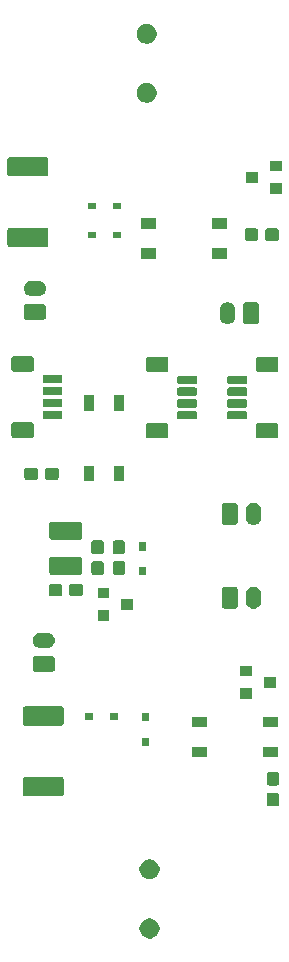
<source format=gts>
G04 #@! TF.GenerationSoftware,KiCad,Pcbnew,(5.1.5-0)*
G04 #@! TF.CreationDate,2021-01-21T21:28:00-07:00*
G04 #@! TF.ProjectId,supercap,73757065-7263-4617-902e-6b696361645f,rev?*
G04 #@! TF.SameCoordinates,Original*
G04 #@! TF.FileFunction,Soldermask,Top*
G04 #@! TF.FilePolarity,Negative*
%FSLAX46Y46*%
G04 Gerber Fmt 4.6, Leading zero omitted, Abs format (unit mm)*
G04 Created by KiCad (PCBNEW (5.1.5-0)) date 2021-01-21 21:28:00*
%MOMM*%
%LPD*%
G04 APERTURE LIST*
%ADD10C,0.100000*%
G04 APERTURE END LIST*
D10*
G36*
X133248228Y-136581703D02*
G01*
X133403100Y-136645853D01*
X133542481Y-136738985D01*
X133661015Y-136857519D01*
X133754147Y-136996900D01*
X133818297Y-137151772D01*
X133851000Y-137316184D01*
X133851000Y-137483816D01*
X133818297Y-137648228D01*
X133754147Y-137803100D01*
X133661015Y-137942481D01*
X133542481Y-138061015D01*
X133403100Y-138154147D01*
X133248228Y-138218297D01*
X133083816Y-138251000D01*
X132916184Y-138251000D01*
X132751772Y-138218297D01*
X132596900Y-138154147D01*
X132457519Y-138061015D01*
X132338985Y-137942481D01*
X132245853Y-137803100D01*
X132181703Y-137648228D01*
X132149000Y-137483816D01*
X132149000Y-137316184D01*
X132181703Y-137151772D01*
X132245853Y-136996900D01*
X132338985Y-136857519D01*
X132457519Y-136738985D01*
X132596900Y-136645853D01*
X132751772Y-136581703D01*
X132916184Y-136549000D01*
X133083816Y-136549000D01*
X133248228Y-136581703D01*
G37*
G36*
X133248228Y-131581703D02*
G01*
X133403100Y-131645853D01*
X133542481Y-131738985D01*
X133661015Y-131857519D01*
X133754147Y-131996900D01*
X133818297Y-132151772D01*
X133851000Y-132316184D01*
X133851000Y-132483816D01*
X133818297Y-132648228D01*
X133754147Y-132803100D01*
X133661015Y-132942481D01*
X133542481Y-133061015D01*
X133403100Y-133154147D01*
X133248228Y-133218297D01*
X133083816Y-133251000D01*
X132916184Y-133251000D01*
X132751772Y-133218297D01*
X132596900Y-133154147D01*
X132457519Y-133061015D01*
X132338985Y-132942481D01*
X132245853Y-132803100D01*
X132181703Y-132648228D01*
X132149000Y-132483816D01*
X132149000Y-132316184D01*
X132181703Y-132151772D01*
X132245853Y-131996900D01*
X132338985Y-131857519D01*
X132457519Y-131738985D01*
X132596900Y-131645853D01*
X132751772Y-131581703D01*
X132916184Y-131549000D01*
X133083816Y-131549000D01*
X133248228Y-131581703D01*
G37*
G36*
X143814499Y-125903445D02*
G01*
X143851995Y-125914820D01*
X143886554Y-125933292D01*
X143916847Y-125958153D01*
X143941708Y-125988446D01*
X143960180Y-126023005D01*
X143971555Y-126060501D01*
X143976000Y-126105638D01*
X143976000Y-126844362D01*
X143971555Y-126889499D01*
X143960180Y-126926995D01*
X143941708Y-126961554D01*
X143916847Y-126991847D01*
X143886554Y-127016708D01*
X143851995Y-127035180D01*
X143814499Y-127046555D01*
X143769362Y-127051000D01*
X143130638Y-127051000D01*
X143085501Y-127046555D01*
X143048005Y-127035180D01*
X143013446Y-127016708D01*
X142983153Y-126991847D01*
X142958292Y-126961554D01*
X142939820Y-126926995D01*
X142928445Y-126889499D01*
X142924000Y-126844362D01*
X142924000Y-126105638D01*
X142928445Y-126060501D01*
X142939820Y-126023005D01*
X142958292Y-125988446D01*
X142983153Y-125958153D01*
X143013446Y-125933292D01*
X143048005Y-125914820D01*
X143085501Y-125903445D01*
X143130638Y-125899000D01*
X143769362Y-125899000D01*
X143814499Y-125903445D01*
G37*
G36*
X125578820Y-124578103D02*
G01*
X125612985Y-124588467D01*
X125644464Y-124605293D01*
X125672060Y-124627940D01*
X125694707Y-124655536D01*
X125711533Y-124687015D01*
X125721897Y-124721180D01*
X125726000Y-124762842D01*
X125726000Y-126012158D01*
X125721897Y-126053820D01*
X125711533Y-126087985D01*
X125694707Y-126119464D01*
X125672060Y-126147060D01*
X125644464Y-126169707D01*
X125612985Y-126186533D01*
X125578820Y-126196897D01*
X125537158Y-126201000D01*
X122462842Y-126201000D01*
X122421180Y-126196897D01*
X122387015Y-126186533D01*
X122355536Y-126169707D01*
X122327940Y-126147060D01*
X122305293Y-126119464D01*
X122288467Y-126087985D01*
X122278103Y-126053820D01*
X122274000Y-126012158D01*
X122274000Y-124762842D01*
X122278103Y-124721180D01*
X122288467Y-124687015D01*
X122305293Y-124655536D01*
X122327940Y-124627940D01*
X122355536Y-124605293D01*
X122387015Y-124588467D01*
X122421180Y-124578103D01*
X122462842Y-124574000D01*
X125537158Y-124574000D01*
X125578820Y-124578103D01*
G37*
G36*
X143814499Y-124153445D02*
G01*
X143851995Y-124164820D01*
X143886554Y-124183292D01*
X143916847Y-124208153D01*
X143941708Y-124238446D01*
X143960180Y-124273005D01*
X143971555Y-124310501D01*
X143976000Y-124355638D01*
X143976000Y-125094362D01*
X143971555Y-125139499D01*
X143960180Y-125176995D01*
X143941708Y-125211554D01*
X143916847Y-125241847D01*
X143886554Y-125266708D01*
X143851995Y-125285180D01*
X143814499Y-125296555D01*
X143769362Y-125301000D01*
X143130638Y-125301000D01*
X143085501Y-125296555D01*
X143048005Y-125285180D01*
X143013446Y-125266708D01*
X142983153Y-125241847D01*
X142958292Y-125211554D01*
X142939820Y-125176995D01*
X142928445Y-125139499D01*
X142924000Y-125094362D01*
X142924000Y-124355638D01*
X142928445Y-124310501D01*
X142939820Y-124273005D01*
X142958292Y-124238446D01*
X142983153Y-124208153D01*
X143013446Y-124183292D01*
X143048005Y-124164820D01*
X143085501Y-124153445D01*
X143130638Y-124149000D01*
X143769362Y-124149000D01*
X143814499Y-124153445D01*
G37*
G36*
X143901000Y-122921000D02*
G01*
X142599000Y-122921000D01*
X142599000Y-122019000D01*
X143901000Y-122019000D01*
X143901000Y-122921000D01*
G37*
G36*
X137901000Y-122921000D02*
G01*
X136599000Y-122921000D01*
X136599000Y-122019000D01*
X137901000Y-122019000D01*
X137901000Y-122921000D01*
G37*
G36*
X132926000Y-121951000D02*
G01*
X132374000Y-121951000D01*
X132374000Y-121249000D01*
X132926000Y-121249000D01*
X132926000Y-121951000D01*
G37*
G36*
X143901000Y-120381000D02*
G01*
X142599000Y-120381000D01*
X142599000Y-119479000D01*
X143901000Y-119479000D01*
X143901000Y-120381000D01*
G37*
G36*
X137901000Y-120381000D02*
G01*
X136599000Y-120381000D01*
X136599000Y-119479000D01*
X137901000Y-119479000D01*
X137901000Y-120381000D01*
G37*
G36*
X125578820Y-118603103D02*
G01*
X125612985Y-118613467D01*
X125644464Y-118630293D01*
X125672060Y-118652940D01*
X125694707Y-118680536D01*
X125711533Y-118712015D01*
X125721897Y-118746180D01*
X125726000Y-118787842D01*
X125726000Y-120037158D01*
X125721897Y-120078820D01*
X125711533Y-120112985D01*
X125694707Y-120144464D01*
X125672060Y-120172060D01*
X125644464Y-120194707D01*
X125612985Y-120211533D01*
X125578820Y-120221897D01*
X125537158Y-120226000D01*
X122462842Y-120226000D01*
X122421180Y-120221897D01*
X122387015Y-120211533D01*
X122355536Y-120194707D01*
X122327940Y-120172060D01*
X122305293Y-120144464D01*
X122288467Y-120112985D01*
X122278103Y-120078820D01*
X122274000Y-120037158D01*
X122274000Y-118787842D01*
X122278103Y-118746180D01*
X122288467Y-118712015D01*
X122305293Y-118680536D01*
X122327940Y-118652940D01*
X122355536Y-118630293D01*
X122387015Y-118613467D01*
X122421180Y-118603103D01*
X122462842Y-118599000D01*
X125537158Y-118599000D01*
X125578820Y-118603103D01*
G37*
G36*
X132926000Y-119851000D02*
G01*
X132374000Y-119851000D01*
X132374000Y-119149000D01*
X132926000Y-119149000D01*
X132926000Y-119851000D01*
G37*
G36*
X128251000Y-119726000D02*
G01*
X127549000Y-119726000D01*
X127549000Y-119174000D01*
X128251000Y-119174000D01*
X128251000Y-119726000D01*
G37*
G36*
X130351000Y-119726000D02*
G01*
X129649000Y-119726000D01*
X129649000Y-119174000D01*
X130351000Y-119174000D01*
X130351000Y-119726000D01*
G37*
G36*
X141701000Y-117951000D02*
G01*
X140699000Y-117951000D01*
X140699000Y-117049000D01*
X141701000Y-117049000D01*
X141701000Y-117951000D01*
G37*
G36*
X143701000Y-117001000D02*
G01*
X142699000Y-117001000D01*
X142699000Y-116099000D01*
X143701000Y-116099000D01*
X143701000Y-117001000D01*
G37*
G36*
X141701000Y-116051000D02*
G01*
X140699000Y-116051000D01*
X140699000Y-115149000D01*
X141701000Y-115149000D01*
X141701000Y-116051000D01*
G37*
G36*
X124816242Y-114353404D02*
G01*
X124853337Y-114364657D01*
X124887515Y-114382925D01*
X124917481Y-114407519D01*
X124942075Y-114437485D01*
X124960343Y-114471663D01*
X124971596Y-114508758D01*
X124976000Y-114553474D01*
X124976000Y-115446526D01*
X124971596Y-115491242D01*
X124960343Y-115528337D01*
X124942075Y-115562515D01*
X124917481Y-115592481D01*
X124887515Y-115617075D01*
X124853337Y-115635343D01*
X124816242Y-115646596D01*
X124771526Y-115651000D01*
X123328474Y-115651000D01*
X123283758Y-115646596D01*
X123246663Y-115635343D01*
X123212485Y-115617075D01*
X123182519Y-115592481D01*
X123157925Y-115562515D01*
X123139657Y-115528337D01*
X123128404Y-115491242D01*
X123124000Y-115446526D01*
X123124000Y-114553474D01*
X123128404Y-114508758D01*
X123139657Y-114471663D01*
X123157925Y-114437485D01*
X123182519Y-114407519D01*
X123212485Y-114382925D01*
X123246663Y-114364657D01*
X123283758Y-114353404D01*
X123328474Y-114349000D01*
X124771526Y-114349000D01*
X124816242Y-114353404D01*
G37*
G36*
X124388855Y-112352140D02*
G01*
X124452618Y-112358420D01*
X124543404Y-112385960D01*
X124575336Y-112395646D01*
X124688425Y-112456094D01*
X124787554Y-112537446D01*
X124868906Y-112636575D01*
X124929354Y-112749664D01*
X124929355Y-112749668D01*
X124966580Y-112872382D01*
X124979149Y-113000000D01*
X124966580Y-113127618D01*
X124939040Y-113218404D01*
X124929354Y-113250336D01*
X124868906Y-113363425D01*
X124787554Y-113462554D01*
X124688425Y-113543906D01*
X124575336Y-113604354D01*
X124543404Y-113614040D01*
X124452618Y-113641580D01*
X124388855Y-113647860D01*
X124356974Y-113651000D01*
X123743026Y-113651000D01*
X123711145Y-113647860D01*
X123647382Y-113641580D01*
X123556596Y-113614040D01*
X123524664Y-113604354D01*
X123411575Y-113543906D01*
X123312446Y-113462554D01*
X123231094Y-113363425D01*
X123170646Y-113250336D01*
X123160960Y-113218404D01*
X123133420Y-113127618D01*
X123120851Y-113000000D01*
X123133420Y-112872382D01*
X123170645Y-112749668D01*
X123170646Y-112749664D01*
X123231094Y-112636575D01*
X123312446Y-112537446D01*
X123411575Y-112456094D01*
X123524664Y-112395646D01*
X123556596Y-112385960D01*
X123647382Y-112358420D01*
X123711145Y-112352140D01*
X123743026Y-112349000D01*
X124356974Y-112349000D01*
X124388855Y-112352140D01*
G37*
G36*
X129601000Y-111351000D02*
G01*
X128599000Y-111351000D01*
X128599000Y-110449000D01*
X129601000Y-110449000D01*
X129601000Y-111351000D01*
G37*
G36*
X131601000Y-110401000D02*
G01*
X130599000Y-110401000D01*
X130599000Y-109499000D01*
X131601000Y-109499000D01*
X131601000Y-110401000D01*
G37*
G36*
X141927617Y-108483420D02*
G01*
X142008399Y-108507925D01*
X142050335Y-108520646D01*
X142163424Y-108581094D01*
X142262554Y-108662447D01*
X142343906Y-108761575D01*
X142404354Y-108874664D01*
X142414040Y-108906596D01*
X142441580Y-108997382D01*
X142451000Y-109093027D01*
X142451000Y-109706973D01*
X142441580Y-109802618D01*
X142414040Y-109893404D01*
X142404354Y-109925336D01*
X142343906Y-110038425D01*
X142262554Y-110137554D01*
X142163425Y-110218906D01*
X142050336Y-110279354D01*
X142018404Y-110289040D01*
X141927618Y-110316580D01*
X141800000Y-110329149D01*
X141672383Y-110316580D01*
X141581597Y-110289040D01*
X141549665Y-110279354D01*
X141436576Y-110218906D01*
X141337447Y-110137554D01*
X141256096Y-110038427D01*
X141256095Y-110038425D01*
X141195647Y-109925336D01*
X141195645Y-109925333D01*
X141183237Y-109884427D01*
X141158420Y-109802618D01*
X141149000Y-109706973D01*
X141149000Y-109093028D01*
X141158420Y-108997383D01*
X141195645Y-108874669D01*
X141195646Y-108874665D01*
X141256094Y-108761576D01*
X141337447Y-108662446D01*
X141436575Y-108581094D01*
X141549664Y-108520646D01*
X141591600Y-108507925D01*
X141672382Y-108483420D01*
X141800000Y-108470851D01*
X141927617Y-108483420D01*
G37*
G36*
X140291242Y-108478404D02*
G01*
X140328337Y-108489657D01*
X140362515Y-108507925D01*
X140392481Y-108532519D01*
X140417075Y-108562485D01*
X140435343Y-108596663D01*
X140446596Y-108633758D01*
X140451000Y-108678474D01*
X140451000Y-110121526D01*
X140446596Y-110166242D01*
X140435343Y-110203337D01*
X140417075Y-110237515D01*
X140392481Y-110267481D01*
X140362515Y-110292075D01*
X140328337Y-110310343D01*
X140291242Y-110321596D01*
X140246526Y-110326000D01*
X139353474Y-110326000D01*
X139308758Y-110321596D01*
X139271663Y-110310343D01*
X139237485Y-110292075D01*
X139207519Y-110267481D01*
X139182925Y-110237515D01*
X139164657Y-110203337D01*
X139153404Y-110166242D01*
X139149000Y-110121526D01*
X139149000Y-108678474D01*
X139153404Y-108633758D01*
X139164657Y-108596663D01*
X139182925Y-108562485D01*
X139207519Y-108532519D01*
X139237485Y-108507925D01*
X139271663Y-108489657D01*
X139308758Y-108478404D01*
X139353474Y-108474000D01*
X140246526Y-108474000D01*
X140291242Y-108478404D01*
G37*
G36*
X129601000Y-109451000D02*
G01*
X128599000Y-109451000D01*
X128599000Y-108549000D01*
X129601000Y-108549000D01*
X129601000Y-109451000D01*
G37*
G36*
X127189499Y-108228445D02*
G01*
X127226995Y-108239820D01*
X127261554Y-108258292D01*
X127291847Y-108283153D01*
X127316708Y-108313446D01*
X127335180Y-108348005D01*
X127346555Y-108385501D01*
X127351000Y-108430638D01*
X127351000Y-109069362D01*
X127346555Y-109114499D01*
X127335180Y-109151995D01*
X127316708Y-109186554D01*
X127291847Y-109216847D01*
X127261554Y-109241708D01*
X127226995Y-109260180D01*
X127189499Y-109271555D01*
X127144362Y-109276000D01*
X126405638Y-109276000D01*
X126360501Y-109271555D01*
X126323005Y-109260180D01*
X126288446Y-109241708D01*
X126258153Y-109216847D01*
X126233292Y-109186554D01*
X126214820Y-109151995D01*
X126203445Y-109114499D01*
X126199000Y-109069362D01*
X126199000Y-108430638D01*
X126203445Y-108385501D01*
X126214820Y-108348005D01*
X126233292Y-108313446D01*
X126258153Y-108283153D01*
X126288446Y-108258292D01*
X126323005Y-108239820D01*
X126360501Y-108228445D01*
X126405638Y-108224000D01*
X127144362Y-108224000D01*
X127189499Y-108228445D01*
G37*
G36*
X125439499Y-108228445D02*
G01*
X125476995Y-108239820D01*
X125511554Y-108258292D01*
X125541847Y-108283153D01*
X125566708Y-108313446D01*
X125585180Y-108348005D01*
X125596555Y-108385501D01*
X125601000Y-108430638D01*
X125601000Y-109069362D01*
X125596555Y-109114499D01*
X125585180Y-109151995D01*
X125566708Y-109186554D01*
X125541847Y-109216847D01*
X125511554Y-109241708D01*
X125476995Y-109260180D01*
X125439499Y-109271555D01*
X125394362Y-109276000D01*
X124655638Y-109276000D01*
X124610501Y-109271555D01*
X124573005Y-109260180D01*
X124538446Y-109241708D01*
X124508153Y-109216847D01*
X124483292Y-109186554D01*
X124464820Y-109151995D01*
X124453445Y-109114499D01*
X124449000Y-109069362D01*
X124449000Y-108430638D01*
X124453445Y-108385501D01*
X124464820Y-108348005D01*
X124483292Y-108313446D01*
X124508153Y-108283153D01*
X124538446Y-108258292D01*
X124573005Y-108239820D01*
X124610501Y-108228445D01*
X124655638Y-108224000D01*
X125394362Y-108224000D01*
X125439499Y-108228445D01*
G37*
G36*
X132676000Y-107501000D02*
G01*
X132124000Y-107501000D01*
X132124000Y-106799000D01*
X132676000Y-106799000D01*
X132676000Y-107501000D01*
G37*
G36*
X127125562Y-105928181D02*
G01*
X127160481Y-105938774D01*
X127192663Y-105955976D01*
X127220873Y-105979127D01*
X127244024Y-106007337D01*
X127261226Y-106039519D01*
X127271819Y-106074438D01*
X127276000Y-106116895D01*
X127276000Y-107258105D01*
X127271819Y-107300562D01*
X127261226Y-107335481D01*
X127244024Y-107367663D01*
X127220873Y-107395873D01*
X127192663Y-107419024D01*
X127160481Y-107436226D01*
X127125562Y-107446819D01*
X127083105Y-107451000D01*
X124716895Y-107451000D01*
X124674438Y-107446819D01*
X124639519Y-107436226D01*
X124607337Y-107419024D01*
X124579127Y-107395873D01*
X124555976Y-107367663D01*
X124538774Y-107335481D01*
X124528181Y-107300562D01*
X124524000Y-107258105D01*
X124524000Y-106116895D01*
X124528181Y-106074438D01*
X124538774Y-106039519D01*
X124555976Y-106007337D01*
X124579127Y-105979127D01*
X124607337Y-105955976D01*
X124639519Y-105938774D01*
X124674438Y-105928181D01*
X124716895Y-105924000D01*
X127083105Y-105924000D01*
X127125562Y-105928181D01*
G37*
G36*
X130764499Y-106303445D02*
G01*
X130801995Y-106314820D01*
X130836554Y-106333292D01*
X130866847Y-106358153D01*
X130891708Y-106388446D01*
X130910180Y-106423005D01*
X130921555Y-106460501D01*
X130926000Y-106505638D01*
X130926000Y-107244362D01*
X130921555Y-107289499D01*
X130910180Y-107326995D01*
X130891708Y-107361554D01*
X130866847Y-107391847D01*
X130836554Y-107416708D01*
X130801995Y-107435180D01*
X130764499Y-107446555D01*
X130719362Y-107451000D01*
X130080638Y-107451000D01*
X130035501Y-107446555D01*
X129998005Y-107435180D01*
X129963446Y-107416708D01*
X129933153Y-107391847D01*
X129908292Y-107361554D01*
X129889820Y-107326995D01*
X129878445Y-107289499D01*
X129874000Y-107244362D01*
X129874000Y-106505638D01*
X129878445Y-106460501D01*
X129889820Y-106423005D01*
X129908292Y-106388446D01*
X129933153Y-106358153D01*
X129963446Y-106333292D01*
X129998005Y-106314820D01*
X130035501Y-106303445D01*
X130080638Y-106299000D01*
X130719362Y-106299000D01*
X130764499Y-106303445D01*
G37*
G36*
X128964499Y-106303445D02*
G01*
X129001995Y-106314820D01*
X129036554Y-106333292D01*
X129066847Y-106358153D01*
X129091708Y-106388446D01*
X129110180Y-106423005D01*
X129121555Y-106460501D01*
X129126000Y-106505638D01*
X129126000Y-107244362D01*
X129121555Y-107289499D01*
X129110180Y-107326995D01*
X129091708Y-107361554D01*
X129066847Y-107391847D01*
X129036554Y-107416708D01*
X129001995Y-107435180D01*
X128964499Y-107446555D01*
X128919362Y-107451000D01*
X128280638Y-107451000D01*
X128235501Y-107446555D01*
X128198005Y-107435180D01*
X128163446Y-107416708D01*
X128133153Y-107391847D01*
X128108292Y-107361554D01*
X128089820Y-107326995D01*
X128078445Y-107289499D01*
X128074000Y-107244362D01*
X128074000Y-106505638D01*
X128078445Y-106460501D01*
X128089820Y-106423005D01*
X128108292Y-106388446D01*
X128133153Y-106358153D01*
X128163446Y-106333292D01*
X128198005Y-106314820D01*
X128235501Y-106303445D01*
X128280638Y-106299000D01*
X128919362Y-106299000D01*
X128964499Y-106303445D01*
G37*
G36*
X130764499Y-104553445D02*
G01*
X130801995Y-104564820D01*
X130836554Y-104583292D01*
X130866847Y-104608153D01*
X130891708Y-104638446D01*
X130910180Y-104673005D01*
X130921555Y-104710501D01*
X130926000Y-104755638D01*
X130926000Y-105494362D01*
X130921555Y-105539499D01*
X130910180Y-105576995D01*
X130891708Y-105611554D01*
X130866847Y-105641847D01*
X130836554Y-105666708D01*
X130801995Y-105685180D01*
X130764499Y-105696555D01*
X130719362Y-105701000D01*
X130080638Y-105701000D01*
X130035501Y-105696555D01*
X129998005Y-105685180D01*
X129963446Y-105666708D01*
X129933153Y-105641847D01*
X129908292Y-105611554D01*
X129889820Y-105576995D01*
X129878445Y-105539499D01*
X129874000Y-105494362D01*
X129874000Y-104755638D01*
X129878445Y-104710501D01*
X129889820Y-104673005D01*
X129908292Y-104638446D01*
X129933153Y-104608153D01*
X129963446Y-104583292D01*
X129998005Y-104564820D01*
X130035501Y-104553445D01*
X130080638Y-104549000D01*
X130719362Y-104549000D01*
X130764499Y-104553445D01*
G37*
G36*
X128964499Y-104553445D02*
G01*
X129001995Y-104564820D01*
X129036554Y-104583292D01*
X129066847Y-104608153D01*
X129091708Y-104638446D01*
X129110180Y-104673005D01*
X129121555Y-104710501D01*
X129126000Y-104755638D01*
X129126000Y-105494362D01*
X129121555Y-105539499D01*
X129110180Y-105576995D01*
X129091708Y-105611554D01*
X129066847Y-105641847D01*
X129036554Y-105666708D01*
X129001995Y-105685180D01*
X128964499Y-105696555D01*
X128919362Y-105701000D01*
X128280638Y-105701000D01*
X128235501Y-105696555D01*
X128198005Y-105685180D01*
X128163446Y-105666708D01*
X128133153Y-105641847D01*
X128108292Y-105611554D01*
X128089820Y-105576995D01*
X128078445Y-105539499D01*
X128074000Y-105494362D01*
X128074000Y-104755638D01*
X128078445Y-104710501D01*
X128089820Y-104673005D01*
X128108292Y-104638446D01*
X128133153Y-104608153D01*
X128163446Y-104583292D01*
X128198005Y-104564820D01*
X128235501Y-104553445D01*
X128280638Y-104549000D01*
X128919362Y-104549000D01*
X128964499Y-104553445D01*
G37*
G36*
X132676000Y-105401000D02*
G01*
X132124000Y-105401000D01*
X132124000Y-104699000D01*
X132676000Y-104699000D01*
X132676000Y-105401000D01*
G37*
G36*
X127125562Y-102953181D02*
G01*
X127160481Y-102963774D01*
X127192663Y-102980976D01*
X127220873Y-103004127D01*
X127244024Y-103032337D01*
X127261226Y-103064519D01*
X127271819Y-103099438D01*
X127276000Y-103141895D01*
X127276000Y-104283105D01*
X127271819Y-104325562D01*
X127261226Y-104360481D01*
X127244024Y-104392663D01*
X127220873Y-104420873D01*
X127192663Y-104444024D01*
X127160481Y-104461226D01*
X127125562Y-104471819D01*
X127083105Y-104476000D01*
X124716895Y-104476000D01*
X124674438Y-104471819D01*
X124639519Y-104461226D01*
X124607337Y-104444024D01*
X124579127Y-104420873D01*
X124555976Y-104392663D01*
X124538774Y-104360481D01*
X124528181Y-104325562D01*
X124524000Y-104283105D01*
X124524000Y-103141895D01*
X124528181Y-103099438D01*
X124538774Y-103064519D01*
X124555976Y-103032337D01*
X124579127Y-103004127D01*
X124607337Y-102980976D01*
X124639519Y-102963774D01*
X124674438Y-102953181D01*
X124716895Y-102949000D01*
X127083105Y-102949000D01*
X127125562Y-102953181D01*
G37*
G36*
X141927617Y-101383420D02*
G01*
X142008399Y-101407925D01*
X142050335Y-101420646D01*
X142163424Y-101481094D01*
X142262554Y-101562447D01*
X142343906Y-101661575D01*
X142404354Y-101774664D01*
X142414040Y-101806596D01*
X142441580Y-101897382D01*
X142451000Y-101993027D01*
X142451000Y-102606973D01*
X142441580Y-102702618D01*
X142414040Y-102793404D01*
X142404354Y-102825336D01*
X142343906Y-102938425D01*
X142262554Y-103037554D01*
X142163425Y-103118906D01*
X142050336Y-103179354D01*
X142018404Y-103189040D01*
X141927618Y-103216580D01*
X141800000Y-103229149D01*
X141672383Y-103216580D01*
X141581597Y-103189040D01*
X141549665Y-103179354D01*
X141436576Y-103118906D01*
X141337447Y-103037554D01*
X141256096Y-102938427D01*
X141256095Y-102938425D01*
X141195647Y-102825336D01*
X141195645Y-102825333D01*
X141183237Y-102784427D01*
X141158420Y-102702618D01*
X141149000Y-102606973D01*
X141149000Y-101993028D01*
X141158420Y-101897383D01*
X141195645Y-101774669D01*
X141195646Y-101774665D01*
X141256094Y-101661576D01*
X141337447Y-101562446D01*
X141436575Y-101481094D01*
X141549664Y-101420646D01*
X141591600Y-101407925D01*
X141672382Y-101383420D01*
X141800000Y-101370851D01*
X141927617Y-101383420D01*
G37*
G36*
X140291242Y-101378404D02*
G01*
X140328337Y-101389657D01*
X140362515Y-101407925D01*
X140392481Y-101432519D01*
X140417075Y-101462485D01*
X140435343Y-101496663D01*
X140446596Y-101533758D01*
X140451000Y-101578474D01*
X140451000Y-103021526D01*
X140446596Y-103066242D01*
X140435343Y-103103337D01*
X140417075Y-103137515D01*
X140392481Y-103167481D01*
X140362515Y-103192075D01*
X140328337Y-103210343D01*
X140291242Y-103221596D01*
X140246526Y-103226000D01*
X139353474Y-103226000D01*
X139308758Y-103221596D01*
X139271663Y-103210343D01*
X139237485Y-103192075D01*
X139207519Y-103167481D01*
X139182925Y-103137515D01*
X139164657Y-103103337D01*
X139153404Y-103066242D01*
X139149000Y-103021526D01*
X139149000Y-101578474D01*
X139153404Y-101533758D01*
X139164657Y-101496663D01*
X139182925Y-101462485D01*
X139207519Y-101432519D01*
X139237485Y-101407925D01*
X139271663Y-101389657D01*
X139308758Y-101378404D01*
X139353474Y-101374000D01*
X140246526Y-101374000D01*
X140291242Y-101378404D01*
G37*
G36*
X128331000Y-99551000D02*
G01*
X127429000Y-99551000D01*
X127429000Y-98249000D01*
X128331000Y-98249000D01*
X128331000Y-99551000D01*
G37*
G36*
X130871000Y-99551000D02*
G01*
X129969000Y-99551000D01*
X129969000Y-98249000D01*
X130871000Y-98249000D01*
X130871000Y-99551000D01*
G37*
G36*
X125139499Y-98378445D02*
G01*
X125176995Y-98389820D01*
X125211554Y-98408292D01*
X125241847Y-98433153D01*
X125266708Y-98463446D01*
X125285180Y-98498005D01*
X125296555Y-98535501D01*
X125301000Y-98580638D01*
X125301000Y-99219362D01*
X125296555Y-99264499D01*
X125285180Y-99301995D01*
X125266708Y-99336554D01*
X125241847Y-99366847D01*
X125211554Y-99391708D01*
X125176995Y-99410180D01*
X125139499Y-99421555D01*
X125094362Y-99426000D01*
X124355638Y-99426000D01*
X124310501Y-99421555D01*
X124273005Y-99410180D01*
X124238446Y-99391708D01*
X124208153Y-99366847D01*
X124183292Y-99336554D01*
X124164820Y-99301995D01*
X124153445Y-99264499D01*
X124149000Y-99219362D01*
X124149000Y-98580638D01*
X124153445Y-98535501D01*
X124164820Y-98498005D01*
X124183292Y-98463446D01*
X124208153Y-98433153D01*
X124238446Y-98408292D01*
X124273005Y-98389820D01*
X124310501Y-98378445D01*
X124355638Y-98374000D01*
X125094362Y-98374000D01*
X125139499Y-98378445D01*
G37*
G36*
X123389499Y-98378445D02*
G01*
X123426995Y-98389820D01*
X123461554Y-98408292D01*
X123491847Y-98433153D01*
X123516708Y-98463446D01*
X123535180Y-98498005D01*
X123546555Y-98535501D01*
X123551000Y-98580638D01*
X123551000Y-99219362D01*
X123546555Y-99264499D01*
X123535180Y-99301995D01*
X123516708Y-99336554D01*
X123491847Y-99366847D01*
X123461554Y-99391708D01*
X123426995Y-99410180D01*
X123389499Y-99421555D01*
X123344362Y-99426000D01*
X122605638Y-99426000D01*
X122560501Y-99421555D01*
X122523005Y-99410180D01*
X122488446Y-99391708D01*
X122458153Y-99366847D01*
X122433292Y-99336554D01*
X122414820Y-99301995D01*
X122403445Y-99264499D01*
X122399000Y-99219362D01*
X122399000Y-98580638D01*
X122403445Y-98535501D01*
X122414820Y-98498005D01*
X122433292Y-98463446D01*
X122458153Y-98433153D01*
X122488446Y-98408292D01*
X122523005Y-98389820D01*
X122560501Y-98378445D01*
X122605638Y-98374000D01*
X123344362Y-98374000D01*
X123389499Y-98378445D01*
G37*
G36*
X134441242Y-94603404D02*
G01*
X134478337Y-94614657D01*
X134512515Y-94632925D01*
X134542481Y-94657519D01*
X134567075Y-94687485D01*
X134585343Y-94721663D01*
X134596596Y-94758758D01*
X134601000Y-94803474D01*
X134601000Y-95696526D01*
X134596596Y-95741242D01*
X134585343Y-95778337D01*
X134567075Y-95812515D01*
X134542481Y-95842481D01*
X134512515Y-95867075D01*
X134478337Y-95885343D01*
X134441242Y-95896596D01*
X134396526Y-95901000D01*
X132903474Y-95901000D01*
X132858758Y-95896596D01*
X132821663Y-95885343D01*
X132787485Y-95867075D01*
X132757519Y-95842481D01*
X132732925Y-95812515D01*
X132714657Y-95778337D01*
X132703404Y-95741242D01*
X132699000Y-95696526D01*
X132699000Y-94803474D01*
X132703404Y-94758758D01*
X132714657Y-94721663D01*
X132732925Y-94687485D01*
X132757519Y-94657519D01*
X132787485Y-94632925D01*
X132821663Y-94614657D01*
X132858758Y-94603404D01*
X132903474Y-94599000D01*
X134396526Y-94599000D01*
X134441242Y-94603404D01*
G37*
G36*
X143741242Y-94603404D02*
G01*
X143778337Y-94614657D01*
X143812515Y-94632925D01*
X143842481Y-94657519D01*
X143867075Y-94687485D01*
X143885343Y-94721663D01*
X143896596Y-94758758D01*
X143901000Y-94803474D01*
X143901000Y-95696526D01*
X143896596Y-95741242D01*
X143885343Y-95778337D01*
X143867075Y-95812515D01*
X143842481Y-95842481D01*
X143812515Y-95867075D01*
X143778337Y-95885343D01*
X143741242Y-95896596D01*
X143696526Y-95901000D01*
X142203474Y-95901000D01*
X142158758Y-95896596D01*
X142121663Y-95885343D01*
X142087485Y-95867075D01*
X142057519Y-95842481D01*
X142032925Y-95812515D01*
X142014657Y-95778337D01*
X142003404Y-95741242D01*
X141999000Y-95696526D01*
X141999000Y-94803474D01*
X142003404Y-94758758D01*
X142014657Y-94721663D01*
X142032925Y-94687485D01*
X142057519Y-94657519D01*
X142087485Y-94632925D01*
X142121663Y-94614657D01*
X142158758Y-94603404D01*
X142203474Y-94599000D01*
X143696526Y-94599000D01*
X143741242Y-94603404D01*
G37*
G36*
X123041242Y-94553404D02*
G01*
X123078337Y-94564657D01*
X123112515Y-94582925D01*
X123142481Y-94607519D01*
X123167075Y-94637485D01*
X123185343Y-94671663D01*
X123196596Y-94708758D01*
X123201000Y-94753474D01*
X123201000Y-95646526D01*
X123196596Y-95691242D01*
X123185343Y-95728337D01*
X123167075Y-95762515D01*
X123142481Y-95792481D01*
X123112515Y-95817075D01*
X123078337Y-95835343D01*
X123041242Y-95846596D01*
X122996526Y-95851000D01*
X121503474Y-95851000D01*
X121458758Y-95846596D01*
X121421663Y-95835343D01*
X121387485Y-95817075D01*
X121357519Y-95792481D01*
X121332925Y-95762515D01*
X121314657Y-95728337D01*
X121303404Y-95691242D01*
X121299000Y-95646526D01*
X121299000Y-94753474D01*
X121303404Y-94708758D01*
X121314657Y-94671663D01*
X121332925Y-94637485D01*
X121357519Y-94607519D01*
X121387485Y-94582925D01*
X121421663Y-94564657D01*
X121458758Y-94553404D01*
X121503474Y-94549000D01*
X122996526Y-94549000D01*
X123041242Y-94553404D01*
G37*
G36*
X141159928Y-93601764D02*
G01*
X141181009Y-93608160D01*
X141200445Y-93618548D01*
X141217476Y-93632524D01*
X141231452Y-93649555D01*
X141241840Y-93668991D01*
X141248236Y-93690072D01*
X141251000Y-93718140D01*
X141251000Y-94181860D01*
X141248236Y-94209928D01*
X141241840Y-94231009D01*
X141231452Y-94250445D01*
X141217476Y-94267476D01*
X141200445Y-94281452D01*
X141181009Y-94291840D01*
X141159928Y-94298236D01*
X141131860Y-94301000D01*
X139718140Y-94301000D01*
X139690072Y-94298236D01*
X139668991Y-94291840D01*
X139649555Y-94281452D01*
X139632524Y-94267476D01*
X139618548Y-94250445D01*
X139608160Y-94231009D01*
X139601764Y-94209928D01*
X139599000Y-94181860D01*
X139599000Y-93718140D01*
X139601764Y-93690072D01*
X139608160Y-93668991D01*
X139618548Y-93649555D01*
X139632524Y-93632524D01*
X139649555Y-93618548D01*
X139668991Y-93608160D01*
X139690072Y-93601764D01*
X139718140Y-93599000D01*
X141131860Y-93599000D01*
X141159928Y-93601764D01*
G37*
G36*
X136909928Y-93601764D02*
G01*
X136931009Y-93608160D01*
X136950445Y-93618548D01*
X136967476Y-93632524D01*
X136981452Y-93649555D01*
X136991840Y-93668991D01*
X136998236Y-93690072D01*
X137001000Y-93718140D01*
X137001000Y-94181860D01*
X136998236Y-94209928D01*
X136991840Y-94231009D01*
X136981452Y-94250445D01*
X136967476Y-94267476D01*
X136950445Y-94281452D01*
X136931009Y-94291840D01*
X136909928Y-94298236D01*
X136881860Y-94301000D01*
X135468140Y-94301000D01*
X135440072Y-94298236D01*
X135418991Y-94291840D01*
X135399555Y-94281452D01*
X135382524Y-94267476D01*
X135368548Y-94250445D01*
X135358160Y-94231009D01*
X135351764Y-94209928D01*
X135349000Y-94181860D01*
X135349000Y-93718140D01*
X135351764Y-93690072D01*
X135358160Y-93668991D01*
X135368548Y-93649555D01*
X135382524Y-93632524D01*
X135399555Y-93618548D01*
X135418991Y-93608160D01*
X135440072Y-93601764D01*
X135468140Y-93599000D01*
X136881860Y-93599000D01*
X136909928Y-93601764D01*
G37*
G36*
X125509928Y-93551764D02*
G01*
X125531009Y-93558160D01*
X125550445Y-93568548D01*
X125567476Y-93582524D01*
X125581452Y-93599555D01*
X125591840Y-93618991D01*
X125598236Y-93640072D01*
X125601000Y-93668140D01*
X125601000Y-94131860D01*
X125598236Y-94159928D01*
X125591840Y-94181009D01*
X125581452Y-94200445D01*
X125567476Y-94217476D01*
X125550445Y-94231452D01*
X125531009Y-94241840D01*
X125509928Y-94248236D01*
X125481860Y-94251000D01*
X124068140Y-94251000D01*
X124040072Y-94248236D01*
X124018991Y-94241840D01*
X123999555Y-94231452D01*
X123982524Y-94217476D01*
X123968548Y-94200445D01*
X123958160Y-94181009D01*
X123951764Y-94159928D01*
X123949000Y-94131860D01*
X123949000Y-93668140D01*
X123951764Y-93640072D01*
X123958160Y-93618991D01*
X123968548Y-93599555D01*
X123982524Y-93582524D01*
X123999555Y-93568548D01*
X124018991Y-93558160D01*
X124040072Y-93551764D01*
X124068140Y-93549000D01*
X125481860Y-93549000D01*
X125509928Y-93551764D01*
G37*
G36*
X130871000Y-93551000D02*
G01*
X129969000Y-93551000D01*
X129969000Y-92249000D01*
X130871000Y-92249000D01*
X130871000Y-93551000D01*
G37*
G36*
X128331000Y-93551000D02*
G01*
X127429000Y-93551000D01*
X127429000Y-92249000D01*
X128331000Y-92249000D01*
X128331000Y-93551000D01*
G37*
G36*
X136909928Y-92601764D02*
G01*
X136931009Y-92608160D01*
X136950445Y-92618548D01*
X136967476Y-92632524D01*
X136981452Y-92649555D01*
X136991840Y-92668991D01*
X136998236Y-92690072D01*
X137001000Y-92718140D01*
X137001000Y-93181860D01*
X136998236Y-93209928D01*
X136991840Y-93231009D01*
X136981452Y-93250445D01*
X136967476Y-93267476D01*
X136950445Y-93281452D01*
X136931009Y-93291840D01*
X136909928Y-93298236D01*
X136881860Y-93301000D01*
X135468140Y-93301000D01*
X135440072Y-93298236D01*
X135418991Y-93291840D01*
X135399555Y-93281452D01*
X135382524Y-93267476D01*
X135368548Y-93250445D01*
X135358160Y-93231009D01*
X135351764Y-93209928D01*
X135349000Y-93181860D01*
X135349000Y-92718140D01*
X135351764Y-92690072D01*
X135358160Y-92668991D01*
X135368548Y-92649555D01*
X135382524Y-92632524D01*
X135399555Y-92618548D01*
X135418991Y-92608160D01*
X135440072Y-92601764D01*
X135468140Y-92599000D01*
X136881860Y-92599000D01*
X136909928Y-92601764D01*
G37*
G36*
X141159928Y-92601764D02*
G01*
X141181009Y-92608160D01*
X141200445Y-92618548D01*
X141217476Y-92632524D01*
X141231452Y-92649555D01*
X141241840Y-92668991D01*
X141248236Y-92690072D01*
X141251000Y-92718140D01*
X141251000Y-93181860D01*
X141248236Y-93209928D01*
X141241840Y-93231009D01*
X141231452Y-93250445D01*
X141217476Y-93267476D01*
X141200445Y-93281452D01*
X141181009Y-93291840D01*
X141159928Y-93298236D01*
X141131860Y-93301000D01*
X139718140Y-93301000D01*
X139690072Y-93298236D01*
X139668991Y-93291840D01*
X139649555Y-93281452D01*
X139632524Y-93267476D01*
X139618548Y-93250445D01*
X139608160Y-93231009D01*
X139601764Y-93209928D01*
X139599000Y-93181860D01*
X139599000Y-92718140D01*
X139601764Y-92690072D01*
X139608160Y-92668991D01*
X139618548Y-92649555D01*
X139632524Y-92632524D01*
X139649555Y-92618548D01*
X139668991Y-92608160D01*
X139690072Y-92601764D01*
X139718140Y-92599000D01*
X141131860Y-92599000D01*
X141159928Y-92601764D01*
G37*
G36*
X125509928Y-92551764D02*
G01*
X125531009Y-92558160D01*
X125550445Y-92568548D01*
X125567476Y-92582524D01*
X125581452Y-92599555D01*
X125591840Y-92618991D01*
X125598236Y-92640072D01*
X125601000Y-92668140D01*
X125601000Y-93131860D01*
X125598236Y-93159928D01*
X125591840Y-93181009D01*
X125581452Y-93200445D01*
X125567476Y-93217476D01*
X125550445Y-93231452D01*
X125531009Y-93241840D01*
X125509928Y-93248236D01*
X125481860Y-93251000D01*
X124068140Y-93251000D01*
X124040072Y-93248236D01*
X124018991Y-93241840D01*
X123999555Y-93231452D01*
X123982524Y-93217476D01*
X123968548Y-93200445D01*
X123958160Y-93181009D01*
X123951764Y-93159928D01*
X123949000Y-93131860D01*
X123949000Y-92668140D01*
X123951764Y-92640072D01*
X123958160Y-92618991D01*
X123968548Y-92599555D01*
X123982524Y-92582524D01*
X123999555Y-92568548D01*
X124018991Y-92558160D01*
X124040072Y-92551764D01*
X124068140Y-92549000D01*
X125481860Y-92549000D01*
X125509928Y-92551764D01*
G37*
G36*
X141159928Y-91601764D02*
G01*
X141181009Y-91608160D01*
X141200445Y-91618548D01*
X141217476Y-91632524D01*
X141231452Y-91649555D01*
X141241840Y-91668991D01*
X141248236Y-91690072D01*
X141251000Y-91718140D01*
X141251000Y-92181860D01*
X141248236Y-92209928D01*
X141241840Y-92231009D01*
X141231452Y-92250445D01*
X141217476Y-92267476D01*
X141200445Y-92281452D01*
X141181009Y-92291840D01*
X141159928Y-92298236D01*
X141131860Y-92301000D01*
X139718140Y-92301000D01*
X139690072Y-92298236D01*
X139668991Y-92291840D01*
X139649555Y-92281452D01*
X139632524Y-92267476D01*
X139618548Y-92250445D01*
X139608160Y-92231009D01*
X139601764Y-92209928D01*
X139599000Y-92181860D01*
X139599000Y-91718140D01*
X139601764Y-91690072D01*
X139608160Y-91668991D01*
X139618548Y-91649555D01*
X139632524Y-91632524D01*
X139649555Y-91618548D01*
X139668991Y-91608160D01*
X139690072Y-91601764D01*
X139718140Y-91599000D01*
X141131860Y-91599000D01*
X141159928Y-91601764D01*
G37*
G36*
X136909928Y-91601764D02*
G01*
X136931009Y-91608160D01*
X136950445Y-91618548D01*
X136967476Y-91632524D01*
X136981452Y-91649555D01*
X136991840Y-91668991D01*
X136998236Y-91690072D01*
X137001000Y-91718140D01*
X137001000Y-92181860D01*
X136998236Y-92209928D01*
X136991840Y-92231009D01*
X136981452Y-92250445D01*
X136967476Y-92267476D01*
X136950445Y-92281452D01*
X136931009Y-92291840D01*
X136909928Y-92298236D01*
X136881860Y-92301000D01*
X135468140Y-92301000D01*
X135440072Y-92298236D01*
X135418991Y-92291840D01*
X135399555Y-92281452D01*
X135382524Y-92267476D01*
X135368548Y-92250445D01*
X135358160Y-92231009D01*
X135351764Y-92209928D01*
X135349000Y-92181860D01*
X135349000Y-91718140D01*
X135351764Y-91690072D01*
X135358160Y-91668991D01*
X135368548Y-91649555D01*
X135382524Y-91632524D01*
X135399555Y-91618548D01*
X135418991Y-91608160D01*
X135440072Y-91601764D01*
X135468140Y-91599000D01*
X136881860Y-91599000D01*
X136909928Y-91601764D01*
G37*
G36*
X125509928Y-91551764D02*
G01*
X125531009Y-91558160D01*
X125550445Y-91568548D01*
X125567476Y-91582524D01*
X125581452Y-91599555D01*
X125591840Y-91618991D01*
X125598236Y-91640072D01*
X125601000Y-91668140D01*
X125601000Y-92131860D01*
X125598236Y-92159928D01*
X125591840Y-92181009D01*
X125581452Y-92200445D01*
X125567476Y-92217476D01*
X125550445Y-92231452D01*
X125531009Y-92241840D01*
X125509928Y-92248236D01*
X125481860Y-92251000D01*
X124068140Y-92251000D01*
X124040072Y-92248236D01*
X124018991Y-92241840D01*
X123999555Y-92231452D01*
X123982524Y-92217476D01*
X123968548Y-92200445D01*
X123958160Y-92181009D01*
X123951764Y-92159928D01*
X123949000Y-92131860D01*
X123949000Y-91668140D01*
X123951764Y-91640072D01*
X123958160Y-91618991D01*
X123968548Y-91599555D01*
X123982524Y-91582524D01*
X123999555Y-91568548D01*
X124018991Y-91558160D01*
X124040072Y-91551764D01*
X124068140Y-91549000D01*
X125481860Y-91549000D01*
X125509928Y-91551764D01*
G37*
G36*
X141159928Y-90601764D02*
G01*
X141181009Y-90608160D01*
X141200445Y-90618548D01*
X141217476Y-90632524D01*
X141231452Y-90649555D01*
X141241840Y-90668991D01*
X141248236Y-90690072D01*
X141251000Y-90718140D01*
X141251000Y-91181860D01*
X141248236Y-91209928D01*
X141241840Y-91231009D01*
X141231452Y-91250445D01*
X141217476Y-91267476D01*
X141200445Y-91281452D01*
X141181009Y-91291840D01*
X141159928Y-91298236D01*
X141131860Y-91301000D01*
X139718140Y-91301000D01*
X139690072Y-91298236D01*
X139668991Y-91291840D01*
X139649555Y-91281452D01*
X139632524Y-91267476D01*
X139618548Y-91250445D01*
X139608160Y-91231009D01*
X139601764Y-91209928D01*
X139599000Y-91181860D01*
X139599000Y-90718140D01*
X139601764Y-90690072D01*
X139608160Y-90668991D01*
X139618548Y-90649555D01*
X139632524Y-90632524D01*
X139649555Y-90618548D01*
X139668991Y-90608160D01*
X139690072Y-90601764D01*
X139718140Y-90599000D01*
X141131860Y-90599000D01*
X141159928Y-90601764D01*
G37*
G36*
X136909928Y-90601764D02*
G01*
X136931009Y-90608160D01*
X136950445Y-90618548D01*
X136967476Y-90632524D01*
X136981452Y-90649555D01*
X136991840Y-90668991D01*
X136998236Y-90690072D01*
X137001000Y-90718140D01*
X137001000Y-91181860D01*
X136998236Y-91209928D01*
X136991840Y-91231009D01*
X136981452Y-91250445D01*
X136967476Y-91267476D01*
X136950445Y-91281452D01*
X136931009Y-91291840D01*
X136909928Y-91298236D01*
X136881860Y-91301000D01*
X135468140Y-91301000D01*
X135440072Y-91298236D01*
X135418991Y-91291840D01*
X135399555Y-91281452D01*
X135382524Y-91267476D01*
X135368548Y-91250445D01*
X135358160Y-91231009D01*
X135351764Y-91209928D01*
X135349000Y-91181860D01*
X135349000Y-90718140D01*
X135351764Y-90690072D01*
X135358160Y-90668991D01*
X135368548Y-90649555D01*
X135382524Y-90632524D01*
X135399555Y-90618548D01*
X135418991Y-90608160D01*
X135440072Y-90601764D01*
X135468140Y-90599000D01*
X136881860Y-90599000D01*
X136909928Y-90601764D01*
G37*
G36*
X125509928Y-90551764D02*
G01*
X125531009Y-90558160D01*
X125550445Y-90568548D01*
X125567476Y-90582524D01*
X125581452Y-90599555D01*
X125591840Y-90618991D01*
X125598236Y-90640072D01*
X125601000Y-90668140D01*
X125601000Y-91131860D01*
X125598236Y-91159928D01*
X125591840Y-91181009D01*
X125581452Y-91200445D01*
X125567476Y-91217476D01*
X125550445Y-91231452D01*
X125531009Y-91241840D01*
X125509928Y-91248236D01*
X125481860Y-91251000D01*
X124068140Y-91251000D01*
X124040072Y-91248236D01*
X124018991Y-91241840D01*
X123999555Y-91231452D01*
X123982524Y-91217476D01*
X123968548Y-91200445D01*
X123958160Y-91181009D01*
X123951764Y-91159928D01*
X123949000Y-91131860D01*
X123949000Y-90668140D01*
X123951764Y-90640072D01*
X123958160Y-90618991D01*
X123968548Y-90599555D01*
X123982524Y-90582524D01*
X123999555Y-90568548D01*
X124018991Y-90558160D01*
X124040072Y-90551764D01*
X124068140Y-90549000D01*
X125481860Y-90549000D01*
X125509928Y-90551764D01*
G37*
G36*
X134441242Y-89003404D02*
G01*
X134478337Y-89014657D01*
X134512515Y-89032925D01*
X134542481Y-89057519D01*
X134567075Y-89087485D01*
X134585343Y-89121663D01*
X134596596Y-89158758D01*
X134601000Y-89203474D01*
X134601000Y-90096526D01*
X134596596Y-90141242D01*
X134585343Y-90178337D01*
X134567075Y-90212515D01*
X134542481Y-90242481D01*
X134512515Y-90267075D01*
X134478337Y-90285343D01*
X134441242Y-90296596D01*
X134396526Y-90301000D01*
X132903474Y-90301000D01*
X132858758Y-90296596D01*
X132821663Y-90285343D01*
X132787485Y-90267075D01*
X132757519Y-90242481D01*
X132732925Y-90212515D01*
X132714657Y-90178337D01*
X132703404Y-90141242D01*
X132699000Y-90096526D01*
X132699000Y-89203474D01*
X132703404Y-89158758D01*
X132714657Y-89121663D01*
X132732925Y-89087485D01*
X132757519Y-89057519D01*
X132787485Y-89032925D01*
X132821663Y-89014657D01*
X132858758Y-89003404D01*
X132903474Y-88999000D01*
X134396526Y-88999000D01*
X134441242Y-89003404D01*
G37*
G36*
X143741242Y-89003404D02*
G01*
X143778337Y-89014657D01*
X143812515Y-89032925D01*
X143842481Y-89057519D01*
X143867075Y-89087485D01*
X143885343Y-89121663D01*
X143896596Y-89158758D01*
X143901000Y-89203474D01*
X143901000Y-90096526D01*
X143896596Y-90141242D01*
X143885343Y-90178337D01*
X143867075Y-90212515D01*
X143842481Y-90242481D01*
X143812515Y-90267075D01*
X143778337Y-90285343D01*
X143741242Y-90296596D01*
X143696526Y-90301000D01*
X142203474Y-90301000D01*
X142158758Y-90296596D01*
X142121663Y-90285343D01*
X142087485Y-90267075D01*
X142057519Y-90242481D01*
X142032925Y-90212515D01*
X142014657Y-90178337D01*
X142003404Y-90141242D01*
X141999000Y-90096526D01*
X141999000Y-89203474D01*
X142003404Y-89158758D01*
X142014657Y-89121663D01*
X142032925Y-89087485D01*
X142057519Y-89057519D01*
X142087485Y-89032925D01*
X142121663Y-89014657D01*
X142158758Y-89003404D01*
X142203474Y-88999000D01*
X143696526Y-88999000D01*
X143741242Y-89003404D01*
G37*
G36*
X123041242Y-88953404D02*
G01*
X123078337Y-88964657D01*
X123112515Y-88982925D01*
X123142481Y-89007519D01*
X123167075Y-89037485D01*
X123185343Y-89071663D01*
X123196596Y-89108758D01*
X123201000Y-89153474D01*
X123201000Y-90046526D01*
X123196596Y-90091242D01*
X123185343Y-90128337D01*
X123167075Y-90162515D01*
X123142481Y-90192481D01*
X123112515Y-90217075D01*
X123078337Y-90235343D01*
X123041242Y-90246596D01*
X122996526Y-90251000D01*
X121503474Y-90251000D01*
X121458758Y-90246596D01*
X121421663Y-90235343D01*
X121387485Y-90217075D01*
X121357519Y-90192481D01*
X121332925Y-90162515D01*
X121314657Y-90128337D01*
X121303404Y-90091242D01*
X121299000Y-90046526D01*
X121299000Y-89153474D01*
X121303404Y-89108758D01*
X121314657Y-89071663D01*
X121332925Y-89037485D01*
X121357519Y-89007519D01*
X121387485Y-88982925D01*
X121421663Y-88964657D01*
X121458758Y-88953404D01*
X121503474Y-88949000D01*
X122996526Y-88949000D01*
X123041242Y-88953404D01*
G37*
G36*
X139727618Y-84383420D02*
G01*
X139808400Y-84407925D01*
X139850336Y-84420646D01*
X139963425Y-84481094D01*
X140062554Y-84562446D01*
X140143906Y-84661575D01*
X140204354Y-84774664D01*
X140204355Y-84774668D01*
X140241580Y-84897382D01*
X140251000Y-84993027D01*
X140251000Y-85606973D01*
X140241580Y-85702618D01*
X140223410Y-85762515D01*
X140204354Y-85825336D01*
X140143906Y-85938425D01*
X140062554Y-86037553D01*
X139963424Y-86118906D01*
X139850335Y-86179354D01*
X139818403Y-86189040D01*
X139727617Y-86216580D01*
X139600000Y-86229149D01*
X139472382Y-86216580D01*
X139381596Y-86189040D01*
X139349664Y-86179354D01*
X139236575Y-86118906D01*
X139137447Y-86037554D01*
X139056094Y-85938424D01*
X138995646Y-85825335D01*
X138966863Y-85730449D01*
X138958420Y-85702617D01*
X138949000Y-85606972D01*
X138949000Y-84993027D01*
X138958420Y-84897382D01*
X138995645Y-84774668D01*
X138995645Y-84774667D01*
X139030875Y-84708758D01*
X139056095Y-84661574D01*
X139069493Y-84645249D01*
X139137447Y-84562446D01*
X139236576Y-84481094D01*
X139349665Y-84420646D01*
X139391601Y-84407925D01*
X139472383Y-84383420D01*
X139600000Y-84370851D01*
X139727618Y-84383420D01*
G37*
G36*
X142091242Y-84378404D02*
G01*
X142128337Y-84389657D01*
X142162515Y-84407925D01*
X142192481Y-84432519D01*
X142217075Y-84462485D01*
X142235343Y-84496663D01*
X142246596Y-84533758D01*
X142251000Y-84578474D01*
X142251000Y-86021526D01*
X142246596Y-86066242D01*
X142235343Y-86103337D01*
X142217075Y-86137515D01*
X142192481Y-86167481D01*
X142162515Y-86192075D01*
X142128337Y-86210343D01*
X142091242Y-86221596D01*
X142046526Y-86226000D01*
X141153474Y-86226000D01*
X141108758Y-86221596D01*
X141071663Y-86210343D01*
X141037485Y-86192075D01*
X141007519Y-86167481D01*
X140982925Y-86137515D01*
X140964657Y-86103337D01*
X140953404Y-86066242D01*
X140949000Y-86021526D01*
X140949000Y-84578474D01*
X140953404Y-84533758D01*
X140964657Y-84496663D01*
X140982925Y-84462485D01*
X141007519Y-84432519D01*
X141037485Y-84407925D01*
X141071663Y-84389657D01*
X141108758Y-84378404D01*
X141153474Y-84374000D01*
X142046526Y-84374000D01*
X142091242Y-84378404D01*
G37*
G36*
X124066242Y-84553404D02*
G01*
X124103337Y-84564657D01*
X124137515Y-84582925D01*
X124167481Y-84607519D01*
X124192075Y-84637485D01*
X124210343Y-84671663D01*
X124221596Y-84708758D01*
X124226000Y-84753474D01*
X124226000Y-85646526D01*
X124221596Y-85691242D01*
X124210343Y-85728337D01*
X124192075Y-85762515D01*
X124167481Y-85792481D01*
X124137515Y-85817075D01*
X124103337Y-85835343D01*
X124066242Y-85846596D01*
X124021526Y-85851000D01*
X122578474Y-85851000D01*
X122533758Y-85846596D01*
X122496663Y-85835343D01*
X122462485Y-85817075D01*
X122432519Y-85792481D01*
X122407925Y-85762515D01*
X122389657Y-85728337D01*
X122378404Y-85691242D01*
X122374000Y-85646526D01*
X122374000Y-84753474D01*
X122378404Y-84708758D01*
X122389657Y-84671663D01*
X122407925Y-84637485D01*
X122432519Y-84607519D01*
X122462485Y-84582925D01*
X122496663Y-84564657D01*
X122533758Y-84553404D01*
X122578474Y-84549000D01*
X124021526Y-84549000D01*
X124066242Y-84553404D01*
G37*
G36*
X123638855Y-82552140D02*
G01*
X123702618Y-82558420D01*
X123793404Y-82585960D01*
X123825336Y-82595646D01*
X123938425Y-82656094D01*
X124037554Y-82737446D01*
X124118906Y-82836575D01*
X124179354Y-82949664D01*
X124179355Y-82949668D01*
X124216580Y-83072382D01*
X124229149Y-83200000D01*
X124216580Y-83327618D01*
X124189040Y-83418404D01*
X124179354Y-83450336D01*
X124118906Y-83563425D01*
X124037554Y-83662554D01*
X123938425Y-83743906D01*
X123825336Y-83804354D01*
X123793404Y-83814040D01*
X123702618Y-83841580D01*
X123638855Y-83847860D01*
X123606974Y-83851000D01*
X122993026Y-83851000D01*
X122961145Y-83847860D01*
X122897382Y-83841580D01*
X122806596Y-83814040D01*
X122774664Y-83804354D01*
X122661575Y-83743906D01*
X122562446Y-83662554D01*
X122481094Y-83563425D01*
X122420646Y-83450336D01*
X122410960Y-83418404D01*
X122383420Y-83327618D01*
X122370851Y-83200000D01*
X122383420Y-83072382D01*
X122420645Y-82949668D01*
X122420646Y-82949664D01*
X122481094Y-82836575D01*
X122562446Y-82737446D01*
X122661575Y-82656094D01*
X122774664Y-82595646D01*
X122806596Y-82585960D01*
X122897382Y-82558420D01*
X122961145Y-82552140D01*
X122993026Y-82549000D01*
X123606974Y-82549000D01*
X123638855Y-82552140D01*
G37*
G36*
X139551000Y-80721000D02*
G01*
X138249000Y-80721000D01*
X138249000Y-79819000D01*
X139551000Y-79819000D01*
X139551000Y-80721000D01*
G37*
G36*
X133551000Y-80721000D02*
G01*
X132249000Y-80721000D01*
X132249000Y-79819000D01*
X133551000Y-79819000D01*
X133551000Y-80721000D01*
G37*
G36*
X124278820Y-78078103D02*
G01*
X124312985Y-78088467D01*
X124344464Y-78105293D01*
X124372060Y-78127940D01*
X124394707Y-78155536D01*
X124411533Y-78187015D01*
X124421897Y-78221180D01*
X124426000Y-78262842D01*
X124426000Y-79512158D01*
X124421897Y-79553820D01*
X124411533Y-79587985D01*
X124394707Y-79619464D01*
X124372060Y-79647060D01*
X124344464Y-79669707D01*
X124312985Y-79686533D01*
X124278820Y-79696897D01*
X124237158Y-79701000D01*
X121162842Y-79701000D01*
X121121180Y-79696897D01*
X121087015Y-79686533D01*
X121055536Y-79669707D01*
X121027940Y-79647060D01*
X121005293Y-79619464D01*
X120988467Y-79587985D01*
X120978103Y-79553820D01*
X120974000Y-79512158D01*
X120974000Y-78262842D01*
X120978103Y-78221180D01*
X120988467Y-78187015D01*
X121005293Y-78155536D01*
X121027940Y-78127940D01*
X121055536Y-78105293D01*
X121087015Y-78088467D01*
X121121180Y-78078103D01*
X121162842Y-78074000D01*
X124237158Y-78074000D01*
X124278820Y-78078103D01*
G37*
G36*
X142039499Y-78128445D02*
G01*
X142076995Y-78139820D01*
X142111554Y-78158292D01*
X142141847Y-78183153D01*
X142166708Y-78213446D01*
X142185180Y-78248005D01*
X142196555Y-78285501D01*
X142201000Y-78330638D01*
X142201000Y-78969362D01*
X142196555Y-79014499D01*
X142185180Y-79051995D01*
X142166708Y-79086554D01*
X142141847Y-79116847D01*
X142111554Y-79141708D01*
X142076995Y-79160180D01*
X142039499Y-79171555D01*
X141994362Y-79176000D01*
X141255638Y-79176000D01*
X141210501Y-79171555D01*
X141173005Y-79160180D01*
X141138446Y-79141708D01*
X141108153Y-79116847D01*
X141083292Y-79086554D01*
X141064820Y-79051995D01*
X141053445Y-79014499D01*
X141049000Y-78969362D01*
X141049000Y-78330638D01*
X141053445Y-78285501D01*
X141064820Y-78248005D01*
X141083292Y-78213446D01*
X141108153Y-78183153D01*
X141138446Y-78158292D01*
X141173005Y-78139820D01*
X141210501Y-78128445D01*
X141255638Y-78124000D01*
X141994362Y-78124000D01*
X142039499Y-78128445D01*
G37*
G36*
X143789499Y-78128445D02*
G01*
X143826995Y-78139820D01*
X143861554Y-78158292D01*
X143891847Y-78183153D01*
X143916708Y-78213446D01*
X143935180Y-78248005D01*
X143946555Y-78285501D01*
X143951000Y-78330638D01*
X143951000Y-78969362D01*
X143946555Y-79014499D01*
X143935180Y-79051995D01*
X143916708Y-79086554D01*
X143891847Y-79116847D01*
X143861554Y-79141708D01*
X143826995Y-79160180D01*
X143789499Y-79171555D01*
X143744362Y-79176000D01*
X143005638Y-79176000D01*
X142960501Y-79171555D01*
X142923005Y-79160180D01*
X142888446Y-79141708D01*
X142858153Y-79116847D01*
X142833292Y-79086554D01*
X142814820Y-79051995D01*
X142803445Y-79014499D01*
X142799000Y-78969362D01*
X142799000Y-78330638D01*
X142803445Y-78285501D01*
X142814820Y-78248005D01*
X142833292Y-78213446D01*
X142858153Y-78183153D01*
X142888446Y-78158292D01*
X142923005Y-78139820D01*
X142960501Y-78128445D01*
X143005638Y-78124000D01*
X143744362Y-78124000D01*
X143789499Y-78128445D01*
G37*
G36*
X130601000Y-78976000D02*
G01*
X129899000Y-78976000D01*
X129899000Y-78424000D01*
X130601000Y-78424000D01*
X130601000Y-78976000D01*
G37*
G36*
X128501000Y-78976000D02*
G01*
X127799000Y-78976000D01*
X127799000Y-78424000D01*
X128501000Y-78424000D01*
X128501000Y-78976000D01*
G37*
G36*
X139551000Y-78181000D02*
G01*
X138249000Y-78181000D01*
X138249000Y-77279000D01*
X139551000Y-77279000D01*
X139551000Y-78181000D01*
G37*
G36*
X133551000Y-78181000D02*
G01*
X132249000Y-78181000D01*
X132249000Y-77279000D01*
X133551000Y-77279000D01*
X133551000Y-78181000D01*
G37*
G36*
X128501000Y-76526000D02*
G01*
X127799000Y-76526000D01*
X127799000Y-75974000D01*
X128501000Y-75974000D01*
X128501000Y-76526000D01*
G37*
G36*
X130601000Y-76526000D02*
G01*
X129899000Y-76526000D01*
X129899000Y-75974000D01*
X130601000Y-75974000D01*
X130601000Y-76526000D01*
G37*
G36*
X144201000Y-75201000D02*
G01*
X143199000Y-75201000D01*
X143199000Y-74299000D01*
X144201000Y-74299000D01*
X144201000Y-75201000D01*
G37*
G36*
X142201000Y-74251000D02*
G01*
X141199000Y-74251000D01*
X141199000Y-73349000D01*
X142201000Y-73349000D01*
X142201000Y-74251000D01*
G37*
G36*
X124278820Y-72103103D02*
G01*
X124312985Y-72113467D01*
X124344464Y-72130293D01*
X124372060Y-72152940D01*
X124394707Y-72180536D01*
X124411533Y-72212015D01*
X124421897Y-72246180D01*
X124426000Y-72287842D01*
X124426000Y-73537158D01*
X124421897Y-73578820D01*
X124411533Y-73612985D01*
X124394707Y-73644464D01*
X124372060Y-73672060D01*
X124344464Y-73694707D01*
X124312985Y-73711533D01*
X124278820Y-73721897D01*
X124237158Y-73726000D01*
X121162842Y-73726000D01*
X121121180Y-73721897D01*
X121087015Y-73711533D01*
X121055536Y-73694707D01*
X121027940Y-73672060D01*
X121005293Y-73644464D01*
X120988467Y-73612985D01*
X120978103Y-73578820D01*
X120974000Y-73537158D01*
X120974000Y-72287842D01*
X120978103Y-72246180D01*
X120988467Y-72212015D01*
X121005293Y-72180536D01*
X121027940Y-72152940D01*
X121055536Y-72130293D01*
X121087015Y-72113467D01*
X121121180Y-72103103D01*
X121162842Y-72099000D01*
X124237158Y-72099000D01*
X124278820Y-72103103D01*
G37*
G36*
X144201000Y-73301000D02*
G01*
X143199000Y-73301000D01*
X143199000Y-72399000D01*
X144201000Y-72399000D01*
X144201000Y-73301000D01*
G37*
G36*
X132998228Y-65831703D02*
G01*
X133153100Y-65895853D01*
X133292481Y-65988985D01*
X133411015Y-66107519D01*
X133504147Y-66246900D01*
X133568297Y-66401772D01*
X133601000Y-66566184D01*
X133601000Y-66733816D01*
X133568297Y-66898228D01*
X133504147Y-67053100D01*
X133411015Y-67192481D01*
X133292481Y-67311015D01*
X133153100Y-67404147D01*
X132998228Y-67468297D01*
X132833816Y-67501000D01*
X132666184Y-67501000D01*
X132501772Y-67468297D01*
X132346900Y-67404147D01*
X132207519Y-67311015D01*
X132088985Y-67192481D01*
X131995853Y-67053100D01*
X131931703Y-66898228D01*
X131899000Y-66733816D01*
X131899000Y-66566184D01*
X131931703Y-66401772D01*
X131995853Y-66246900D01*
X132088985Y-66107519D01*
X132207519Y-65988985D01*
X132346900Y-65895853D01*
X132501772Y-65831703D01*
X132666184Y-65799000D01*
X132833816Y-65799000D01*
X132998228Y-65831703D01*
G37*
G36*
X132998228Y-60831703D02*
G01*
X133153100Y-60895853D01*
X133292481Y-60988985D01*
X133411015Y-61107519D01*
X133504147Y-61246900D01*
X133568297Y-61401772D01*
X133601000Y-61566184D01*
X133601000Y-61733816D01*
X133568297Y-61898228D01*
X133504147Y-62053100D01*
X133411015Y-62192481D01*
X133292481Y-62311015D01*
X133153100Y-62404147D01*
X132998228Y-62468297D01*
X132833816Y-62501000D01*
X132666184Y-62501000D01*
X132501772Y-62468297D01*
X132346900Y-62404147D01*
X132207519Y-62311015D01*
X132088985Y-62192481D01*
X131995853Y-62053100D01*
X131931703Y-61898228D01*
X131899000Y-61733816D01*
X131899000Y-61566184D01*
X131931703Y-61401772D01*
X131995853Y-61246900D01*
X132088985Y-61107519D01*
X132207519Y-60988985D01*
X132346900Y-60895853D01*
X132501772Y-60831703D01*
X132666184Y-60799000D01*
X132833816Y-60799000D01*
X132998228Y-60831703D01*
G37*
M02*

</source>
